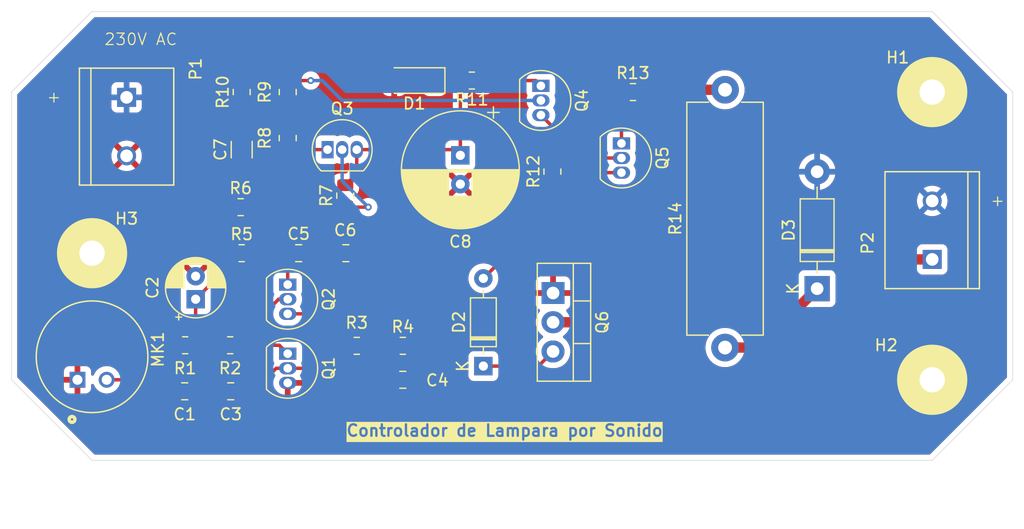
<source format=kicad_pcb>
(kicad_pcb (version 20241229) (generator "pcbnew") (generator_version "9.0")
  (layers (0 "F.Cu" signal) (2 "B.Cu" signal) (13 "F.Paste" user) (15 "B.Paste" user) (5 "F.SilkS" user "F.Silkscreen") (7 "B.SilkS" user "B.Silkscreen") (1 "F.Mask" user) (3 "B.Mask" user) (25 "Edge.Cuts" user))
  (net 0 "")
  (net 1 "Net-(Q1-B)")
  (net 2 "Net-(MK1-+)")
  (net 3 "Net-(C2-Pad1)")
  (net 4 "GND")
  (net 5 "Net-(Q1-C)")
  (net 6 "Net-(Q2-E)")
  (net 7 "Net-(Q3-B)")
  (net 8 "Net-(Q2-C)")
  (net 9 "Net-(C7-Pad1)")
  (net 10 "Net-(D1-K)")
  (net 11 "Net-(D2-K)")
  (net 12 "Net-(D2-A)")
  (net 13 "LINE")
  (net 14 "Net-(D3-K)")
  (net 15 "Net-(Q6-A2)")
  (net 16 "Net-(Q3-C)")
  (net 17 "Net-(Q4-E)")
  (net 18 "Net-(Q4-B)")
  (net 19 "Net-(Q4-C)")
  (net 20 "Net-(Q5-C)")
  (footprint "Package_TO_SOT_THT:TO-220-3_Vertical" (layer "F.Cu") (at 121.055 63.46 -90)
    (property "Reference" "Q6" (at 2.54 -4.27 90) (layer "F.SilkS"))
    (property "Value" "BT136-500")
    (pad "1" thru_hole rect (at 0 0 270) (size 1.905 2) (drill 1.1) (layers "*.Cu" "*.Mask") (net 4 "GND"))
    (pad "2" thru_hole oval (at 2.54 0 270) (size 1.905 2) (drill 1.1) (layers "*.Cu" "*.Mask") (net 15 "Net-(Q6-A2)"))
    (pad "3" thru_hole oval (at 5.08 0 270) (size 1.905 2) (drill 1.1) (layers "*.Cu" "*.Mask") (net 11 "Net-(D2-K)"))
  )
  (footprint "MountingHole:MountingHole_2.2mm_M2_ISO7380_Pad" (layer "F.Cu") (at 81 60)
    (property "Reference" "H3" (at 3 -3 0) (layer "F.SilkS"))
    (property "Value" "MountingHole_Pad")
    (pad "1" thru_hole circle (at 0 0) (size 3.5 3.5) (drill 2.2) (layers "*.Cu" "*.Mask") (net 4 "GND"))
  )
  (footprint "Resistor_SMD:R_0805_2012Metric" (layer "F.Cu") (at 108 68.05)
    (property "Reference" "R4" (at 0 -1.65 0) (layer "F.SilkS"))
    (property "Value" "4.7k")
    (pad "1" smd roundrect (at -0.9125 0) (size 1.025 1.4) (layers "F.Cu" "F.Mask" "F.Paste") (roundrect_rratio 0.243902) (net 6 "Net-(Q2-E)"))
    (pad "2" smd roundrect (at 0.9125 0) (size 1.025 1.4) (layers "F.Cu" "F.Mask" "F.Paste") (roundrect_rratio 0.243902) (net 4 "GND"))
  )
  (footprint "Package_TO_SOT_THT:TO-92_Inline" (layer "F.Cu") (at 98 68.73 -90)
    (property "Reference" "Q1" (at 1.27 -3.56 90) (layer "F.SilkS"))
    (property "Value" "BC549")
    (pad "1" thru_hole rect (at 0 0 270) (size 1.05 1.5) (drill 0.75) (layers "*.Cu" "*.Mask") (net 5 "Net-(Q1-C)"))
    (pad "2" thru_hole oval (at 1.27 0 270) (size 1.05 1.5) (drill 0.75) (layers "*.Cu" "*.Mask") (net 1 "Net-(Q1-B)"))
    (pad "3" thru_hole oval (at 2.54 0 270) (size 1.05 1.5) (drill 0.75) (layers "*.Cu" "*.Mask") (net 4 "GND"))
  )
  (footprint "Symbol:Symbol_HighVoltage_Triangle_8x7mm_Copper" (layer "F.Cu") (at 146 72)
    (property "Reference" "REF**" (hide yes))
    (property "Value" "Symbol_HighVoltage_Triangle_8x7mm_Copper" (hide yes))
    (fp_line (start -4 3.46) (end 0 -3.46) (stroke (width 0.381)) (layer "F.Cu"))
    (fp_line (start -3.51 3.44) (end -3.776322 3.030736) (stroke (width 0.2)) (layer "F.Cu"))
    (fp_line (start -0.45 0.215) (end -0.24 0.44) (stroke (width 0.2)) (layer "F.Cu"))
    (fp_line (start -0.34 2.095) (end 0.17 2.185) (stroke (width 0.2)) (layer "F.Cu"))
    (fp_line (start -0.15 -3.04) (end 0.16 -3.04) (stroke (width 0.2)) (layer "F.Cu"))
    (fp_line (start -0.132899 0.479099) (end 0.112899 0.680901) (stroke (width 0.2)) (layer "F.Cu"))
    (fp_line (start 0 -3.46) (end 4 3.46) (stroke (width 0.381)) (layer "F.Cu"))
    (fp_line (start 3.51 3.44) (end 3.776322 3.030736) (stroke (width 0.2)) (layer "F.Cu"))
    (fp_line (start 4 3.46) (end -4 3.46) (stroke (width 0.4)) (layer "F.Cu"))
    (fp_poly (pts (xy -0.5 0.5) (xy 0.664167 -0.12574) (xy 0.009323 2.260802) (xy 0.344021 2.057073) (xy -0.252615 2.94475) (xy -0.470896 1.897) (xy -0.238062 2.217146) (xy 0.038427 0.485448) (xy -1.082083 1.082083) (xy -0.354479 -1.493636) (xy 0.358573 -1.493636)) (stroke (width 0.1)) (fill yes) (layer "F.Cu"))
  )
  (footprint "Resistor_SMD:R_0805_2012Metric" (layer "F.Cu") (at 98 46 -90)
    (property "Reference" "R9" (at 0 2 90) (layer "F.SilkS"))
    (property "Value" "4.7k")
    (pad "1" smd roundrect (at -0.9125 0 270) (size 1.025 1.4) (layers "F.Cu" "F.Mask" "F.Paste") (roundrect_rratio 0.243902) (net 18 "Net-(Q4-B)"))
    (pad "2" smd roundrect (at 0.9125 0 270) (size 1.025 1.4) (layers "F.Cu" "F.Mask" "F.Paste") (roundrect_rratio 0.243902) (net 9 "Net-(C7-Pad1)"))
  )
  (footprint "Capacitor_SMD:C_1206_3216Metric" (layer "F.Cu") (at 94 51 90)
    (property "Reference" "C7" (at 0 -1.85 90) (layer "F.SilkS"))
    (property "Value" "2.2uF / 25V")
    (pad "1" smd roundrect (at -1.475 0 90) (size 1.15 1.8) (layers "F.Cu" "F.Mask" "F.Paste") (roundrect_rratio 0.217391) (net 9 "Net-(C7-Pad1)"))
    (pad "2" smd roundrect (at 1.475 0 90) (size 1.15 1.8) (layers "F.Cu" "F.Mask" "F.Paste") (roundrect_rratio 0.217391) (net 4 "GND"))
  )
  (footprint "CondenserMicrophone:MIC_CMA-4544PF-W" (layer "F.Cu") (at 81 69 -90)
    (property "Reference" "MK1" (at -0.635215 -5.717015 90) (layer "F.SilkS") (effects (font (size 1.000354 1.000354))))
    (property "Value" "Microphone_Condenser")
    (pad "1" thru_hole rect (at 2 1.27 270) (size 1.378 1.378) (drill 0.87) (layers "*.Cu" "*.Mask") (net 4 "GND"))
    (pad "2" thru_hole circle (at 2 -1.27 270) (size 1.378 1.378) (drill 0.87) (layers "*.Cu" "*.Mask") (net 2 "Net-(MK1-+)"))
  )
  (footprint "Resistor_SMD:R_0805_2012Metric" (layer "F.Cu") (at 93.9125 56)
    (property "Reference" "R6" (at 0 -1.65 0) (layer "F.SilkS"))
    (property "Value" "1k")
    (pad "1" smd roundrect (at -0.9125 0) (size 1.025 1.4) (layers "F.Cu" "F.Mask" "F.Paste") (roundrect_rratio 0.243902) (net 3 "Net-(C2-Pad1)"))
    (pad "2" smd roundrect (at 0.9125 0) (size 1.025 1.4) (layers "F.Cu" "F.Mask" "F.Paste") (roundrect_rratio 0.243902) (net 10 "Net-(D1-K)"))
  )
  (footprint "Capacitor_SMD:C_0805_2012Metric" (layer "F.Cu") (at 93.05 72)
    (property "Reference" "C3" (at 0 2 0) (layer "F.SilkS"))
    (property "Value" "47p")
    (pad "1" smd roundrect (at -0.95 0) (size 1 1.45) (layers "F.Cu" "F.Mask" "F.Paste") (net 1 "Net-(Q1-B)"))
    (pad "2" smd roundrect (at 0.95 0) (size 1 1.45) (layers "F.Cu" "F.Mask" "F.Paste") (net 5 "Net-(Q1-C)"))
  )
  (footprint "Resistor_SMD:R_0805_2012Metric" (layer "F.Cu") (at 103 55 90)
    (property "Reference" "R7" (at 0 -1.65 90) (layer "F.SilkS"))
    (property "Value" "100k")
    (pad "1" smd roundrect (at -0.9125 0 90) (size 1.025 1.4) (layers "F.Cu" "F.Mask" "F.Paste") (roundrect_rratio 0.243902) (net 7 "Net-(Q3-B)"))
    (pad "2" smd roundrect (at 0.9125 0 90) (size 1.025 1.4) (layers "F.Cu" "F.Mask" "F.Paste") (roundrect_rratio 0.243902) (net 10 "Net-(D1-K)"))
  )
  (footprint "BORNERA_2:TE_282837-2" (layer "F.Cu") (at 154 58 90)
    (property "Reference" "P2" (at -1.127255 -5.614945 90) (layer "F.SilkS") (effects (font (size 1.002039 1.002039))))
    (property "Value" "Carga")
    (pad "1" thru_hole rect (at -2.54 0 90) (size 1.65 1.65) (drill 1.1) (layers "*.Cu" "*.Mask") (net 15 "Net-(Q6-A2)"))
    (pad "2" thru_hole circle (at 2.54 0 90) (size 1.65 1.65) (drill 1.1) (layers "*.Cu" "*.Mask") (net 13 "LINE"))
  )
  (footprint "Package_TO_SOT_THT:TO-92_Inline" (layer "F.Cu") (at 127 50.46 -90)
    (property "Reference" "Q5" (at 1.27 -3.56 90) (layer "F.SilkS"))
    (property "Value" "BC547")
    (pad "1" thru_hole rect (at 0 0 270) (size 1.05 1.5) (drill 0.75) (layers "*.Cu" "*.Mask") (net 20 "Net-(Q5-C)"))
    (pad "2" thru_hole oval (at 1.27 0 270) (size 1.05 1.5) (drill 0.75) (layers "*.Cu" "*.Mask") (net 17 "Net-(Q4-E)"))
    (pad "3" thru_hole oval (at 2.54 0 270) (size 1.05 1.5) (drill 0.75) (layers "*.Cu" "*.Mask") (net 12 "Net-(D2-A)"))
  )
  (footprint "Capacitor_SMD:C_0805_2012Metric" (layer "F.Cu") (at 103.05 60 180)
    (property "Reference" "C6" (at 0.05 2 0) (layer "F.SilkS"))
    (property "Value" "0.01u")
    (pad "1" smd roundrect (at -0.95 0 180) (size 1 1.45) (layers "F.Cu" "F.Mask" "F.Paste") (net 4 "GND"))
    (pad "2" smd roundrect (at 0.95 0 180) (size 1 1.45) (layers "F.Cu" "F.Mask" "F.Paste") (net 7 "Net-(Q3-B)"))
  )
  (footprint "Diode_THT:D_DO-41_SOD81_P10.16mm_Horizontal" (layer "F.Cu") (at 144 63.08 90)
    (property "Reference" "D3" (at 5.08 -2.47 90) (layer "F.SilkS"))
    (property "Value" "1N4007")
    (fp_text user "K" (at 0 -2.1 90) (layer "F.SilkS"))
    (pad "1" thru_hole rect (at 0 0 90) (size 2.2 2.2) (drill 1.1) (layers "*.Cu" "*.Mask") (net 14 "Net-(D3-K)"))
    (pad "2" thru_hole oval (at 10.16 0 90) (size 2.2 2.2) (drill 1.1) (layers "*.Cu" "*.Mask") (net 13 "LINE"))
  )
  (footprint "MountingHole:MountingHole_2.2mm_M2_ISO7380_Pad" (layer "F.Cu") (at 154 46)
    (property "Reference" "H1" (at -3 -3 0) (layer "F.SilkS"))
    (property "Value" "MountingHole_Pad")
    (pad "1" thru_hole circle (at 0 0) (size 3.5 3.5) (drill 2.2) (layers "*.Cu" "*.Mask") (net 4 "GND"))
  )
  (footprint "Package_TO_SOT_THT:TO-92_Inline" (layer "F.Cu") (at 120 45.46 -90)
    (property "Reference" "Q4" (at 1.27 -3.56 90) (layer "F.SilkS"))
    (property "Value" "BC547")
    (pad "1" thru_hole rect (at 0 0 270) (size 1.05 1.5) (drill 0.75) (layers "*.Cu" "*.Mask") (net 19 "Net-(Q4-C)"))
    (pad "2" thru_hole oval (at 1.27 0 270) (size 1.05 1.5) (drill 0.75) (layers "*.Cu" "*.Mask") (net 18 "Net-(Q4-B)"))
    (pad "3" thru_hole oval (at 2.54 0 270) (size 1.05 1.5) (drill 0.75) (layers "*.Cu" "*.Mask") (net 17 "Net-(Q4-E)"))
  )
  (footprint "Resistor_SMD:R_0805_2012Metric" (layer "F.Cu") (at 94 46 90)
    (property "Reference" "R10" (at 0 -1.65 90) (layer "F.SilkS"))
    (property "Value" "22k")
    (pad "1" smd roundrect (at -0.9125 0 90) (size 1.025 1.4) (layers "F.Cu" "F.Mask" "F.Paste") (roundrect_rratio 0.243902) (net 4 "GND"))
    (pad "2" smd roundrect (at 0.9125 0 90) (size 1.025 1.4) (layers "F.Cu" "F.Mask" "F.Paste") (roundrect_rratio 0.243902) (net 18 "Net-(Q4-B)"))
  )
  (footprint "Resistor_SMD:R_0805_2012Metric" (layer "F.Cu") (at 94 60)
    (property "Reference" "R5" (at 0 -1.65 0) (layer "F.SilkS"))
    (property "Value" "2.7k")
    (pad "1" smd roundrect (at -0.9125 0) (size 1.025 1.4) (layers "F.Cu" "F.Mask" "F.Paste") (roundrect_rratio 0.243902) (net 3 "Net-(C2-Pad1)"))
    (pad "2" smd roundrect (at 0.9125 0) (size 1.025 1.4) (layers "F.Cu" "F.Mask" "F.Paste") (roundrect_rratio 0.243902) (net 8 "Net-(Q2-C)"))
  )
  (footprint "Package_TO_SOT_THT:TO-92_Inline" (layer "F.Cu") (at 98 62.73 -90)
    (property "Reference" "Q2" (at 1.27 -3.56 90) (layer "F.SilkS"))
    (property "Value" "BC549")
    (pad "1" thru_hole rect (at 0 0 270) (size 1.05 1.5) (drill 0.75) (layers "*.Cu" "*.Mask") (net 8 "Net-(Q2-C)"))
    (pad "2" thru_hole oval (at 1.27 0 270) (size 1.05 1.5) (drill 0.75) (layers "*.Cu" "*.Mask") (net 5 "Net-(Q1-C)"))
    (pad "3" thru_hole oval (at 2.54 0 270) (size 1.05 1.5) (drill 0.75) (layers "*.Cu" "*.Mask") (net 6 "Net-(Q2-E)"))
  )
  (footprint "MountingHole:MountingHole_2.2mm_M2_ISO7380_Pad" (layer "F.Cu") (at 154 71)
    (property "Reference" "H2" (at -4 -3 0) (layer "F.SilkS"))
    (property "Value" "MountingHole_Pad")
    (pad "1" thru_hole circle (at 0 0) (size 3.5 3.5) (drill 2.2) (layers "*.Cu" "*.Mask") (net 4 "GND"))
  )
  (footprint "BORNERA_2:TE_282837-2" (layer "F.Cu") (at 84 49 -90)
    (property "Reference" "P1" (at -5 -6 90) (layer "F.SilkS") (effects (font (size 1.002039 1.002039))))
    (property "Value" "Power")
    (pad "1" thru_hole rect (at -2.54 0 270) (size 1.65 1.65) (drill 1.1) (layers "*.Cu" "*.Mask") (net 13 "LINE"))
    (pad "2" thru_hole circle (at 2.54 0 270) (size 1.65 1.65) (drill 1.1) (layers "*.Cu" "*.Mask") (net 4 "GND"))
  )
  (footprint "Capacitor_THT:CP_Radial_D10.0mm_P2.50mm" (layer "F.Cu") (at 113 51.5 -90)
    (property "Reference" "C8" (at 7.5 0 180) (layer "F.SilkS"))
    (property "Value" "1000uF / 25V")
    (pad "1" thru_hole rect (at 0 0 270) (size 1.6 1.6) (drill 0.8) (layers "*.Cu" "*.Mask") (net 10 "Net-(D1-K)"))
    (pad "2" thru_hole circle (at 2.5 0 270) (size 1.6 1.6) (drill 0.8) (layers "*.Cu" "*.Mask") (net 4 "GND"))
  )
  (footprint "Capacitor_THT:CP_Radial_D5.0mm_P2.00mm" (layer "F.Cu") (at 90 64 90)
    (property "Reference" "C2" (at 1 -3.75 90) (layer "F.SilkS"))
    (property "Value" "100uF / 25V")
    (pad "1" thru_hole rect (at 0 0 90) (size 1.6 1.6) (drill 0.8) (layers "*.Cu" "*.Mask") (net 3 "Net-(C2-Pad1)"))
    (pad "2" thru_hole circle (at 2 0 90) (size 1.6 1.6) (drill 0.8) (layers "*.Cu" "*.Mask") (net 4 "GND"))
  )
  (footprint "Resistor_SMD:R_0805_2012Metric" (layer "F.Cu") (at 114 45 180)
    (property "Reference" "R11" (at 0 -1.65 0) (layer "F.SilkS"))
    (property "Value" "1k")
    (pad "1" smd roundrect (at -0.9125 0 180) (size 1.025 1.4) (layers "F.Cu" "F.Mask" "F.Paste") (roundrect_rratio 0.243902) (net 19 "Net-(Q4-C)"))
    (pad "2" smd roundrect (at 0.9125 0 180) (size 1.025 1.4) (layers "F.Cu" "F.Mask" "F.Paste") (roundrect_rratio 0.243902) (net 10 "Net-(D1-K)"))
  )
  (footprint "Resistor_SMD:R_0805_2012Metric" (layer "F.Cu") (at 89.0875 68 180)
    (property "Reference" "R1" (at 0 -2 0) (layer "F.SilkS"))
    (property "Value" "10K")
    (pad "1" smd roundrect (at -0.9125 0 180) (size 1.025 1.4) (layers "F.Cu" "F.Mask" "F.Paste") (roundrect_rratio 0.243902) (net 3 "Net-(C2-Pad1)"))
    (pad "2" smd roundrect (at 0.9125 0 180) (size 1.025 1.4) (layers "F.Cu" "F.Mask" "F.Paste") (roundrect_rratio 0.243902) (net 2 "Net-(MK1-+)"))
  )
  (footprint "Resistor_SMD:R_0805_2012Metric" (layer "F.Cu") (at 98 50 -90)
    (property "Reference" "R8" (at 0 2 270) (layer "F.SilkS"))
    (property "Value" "120")
    (pad "1" smd roundrect (at -0.9125 0 270) (size 1.025 1.4) (layers "F.Cu" "F.Mask" "F.Paste") (roundrect_rratio 0.243902) (net 9 "Net-(C7-Pad1)"))
    (pad "2" smd roundrect (at 0.9125 0 270) (size 1.025 1.4) (layers "F.Cu" "F.Mask" "F.Paste") (roundrect_rratio 0.243902) (net 16 "Net-(Q3-C)"))
  )
  (footprint "Capacitor_SMD:C_0805_2012Metric" (layer "F.Cu") (at 108 71 180)
    (property "Reference" "C4" (at -3 -0.05 0) (layer "F.SilkS"))
    (property "Value" "47p")
    (pad "1" smd roundrect (at -0.95 0 180) (size 1 1.45) (layers "F.Cu" "F.Mask" "F.Paste") (net 4 "GND"))
    (pad "2" smd roundrect (at 0.95 0 180) (size 1 1.45) (layers "F.Cu" "F.Mask" "F.Paste") (net 6 "Net-(Q2-E)"))
  )
  (footprint "Capacitor_SMD:C_0805_2012Metric" (layer "F.Cu") (at 89.05 72)
    (property "Reference" "C1" (at 0 2 0) (layer "F.SilkS"))
    (property "Value" "0.01u")
    (pad "1" smd roundrect (at -0.95 0) (size 1 1.45) (layers "F.Cu" "F.Mask" "F.Paste") (net 2 "Net-(MK1-+)"))
    (pad "2" smd roundrect (at 0.95 0) (size 1 1.45) (layers "F.Cu" "F.Mask" "F.Paste") (net 1 "Net-(Q1-B)"))
  )
  (footprint "Capacitor_SMD:C_0805_2012Metric" (layer "F.Cu") (at 98.95 60)
    (property "Reference" "C5" (at 0 -1.68 0) (layer "F.SilkS"))
    (property "Value" "0.1u")
    (pad "1" smd roundrect (at -0.95 0) (size 1 1.45) (layers "F.Cu" "F.Mask" "F.Paste") (net 8 "Net-(Q2-C)"))
    (pad "2" smd roundrect (at 0.95 0) (size 1 1.45) (layers "F.Cu" "F.Mask" "F.Paste") (net 7 "Net-(Q3-B)"))
  )
  (footprint "Resistor_SMD:R_0805_2012Metric" (layer "F.Cu") (at 121 52.9125 90)
    (property "Reference" "R12" (at 0 -1.65 90) (layer "F.SilkS"))
    (property "Value" "1k")
    (pad "1" smd roundrect (at -0.9125 0 90) (size 1.025 1.4) (layers "F.Cu" "F.Mask" "F.Paste") (roundrect_rratio 0.243902) (net 4 "GND"))
    (pad "2" smd roundrect (at 0.9125 0 90) (size 1.025 1.4) (layers "F.Cu" "F.Mask" "F.Paste") (roundrect_rratio 0.243902) (net 17 "Net-(Q4-E)"))
  )
  (footprint "Resistor_SMD:R_0805_2012Metric" (layer "F.Cu") (at 104 68.05)
    (property "Reference" "R3" (at 0 -2 0) (layer "F.SilkS"))
    (property "Value" "560k")
    (pad "1" smd roundrect (at -0.9125 0) (size 1.025 1.4) (layers "F.Cu" "F.Mask" "F.Paste") (roundrect_rratio 0.243902) (net 1 "Net-(Q1-B)"))
    (pad "2" smd roundrect (at 0.9125 0) (size 1.025 1.4) (layers "F.Cu" "F.Mask" "F.Paste") (roundrect_rratio 0.243902) (net 6 "Net-(Q2-E)"))
  )
  (footprint "Diode_THT:D_DO-35_SOD27_P7.62mm_Horizontal" (layer "F.Cu") (at 115 69.81 90)
    (property "Reference" "D2" (at 3.81 -2.12 90) (layer "F.SilkS"))
    (property "Value" "1N4148")
    (fp_text user "K" (at 0 -1.8 90) (layer "F.SilkS"))
    (pad "1" thru_hole rect (at 0 0 90) (size 1.6 1.6) (drill 0.8) (layers "*.Cu" "*.Mask") (net 11 "Net-(D2-K)"))
    (pad "2" thru_hole oval (at 7.62 0 90) (size 1.6 1.6) (drill 0.8) (layers "*.Cu" "*.Mask") (net 12 "Net-(D2-A)"))
  )
  (footprint "Resistor_THT:R_Axial_Power_L20.0mm_W6.4mm_P22.40mm" (layer "F.Cu") (at 136 68.2 90)
    (property "Reference" "R14" (at 11.2 -4.32 90) (layer "F.SilkS"))
    (property "Value" "10k / 5W")
    (pad "1" thru_hole circle (at 0 0 90) (size 2.4 2.4) (drill 1.2) (layers "*.Cu" "*.Mask") (net 14 "Net-(D3-K)"))
    (pad "2" thru_hole oval (at 22.4 0 90) (size 2.4 2.4) (drill 1.2) (layers "*.Cu" "*.Mask") (net 10 "Net-(D1-K)"))
  )
  (footprint "Diode_SMD:D_MiniMELF" (layer "F.Cu") (at 109 45 180)
    (property "Reference" "D1" (at 0 -2 0) (layer "F.SilkS"))
    (property "Value" "BZV55C12")
    (pad "1" smd roundrect (at -1.75 0 180) (size 1.3 1.7) (layers "F.Cu" "F.Mask" "F.Paste") (roundrect_rratio 0.1923076923) (net 10 "Net-(D1-K)"))
    (pad "2" smd roundrect (at 1.75 0 180) (size 1.3 1.7) (layers "F.Cu" "F.Mask" "F.Paste") (roundrect_rratio 0.1923076923) (net 4 "GND"))
  )
  (footprint "Package_TO_SOT_THT:TO-92_Inline" (layer "F.Cu") (at 101.46 51)
    (property "Reference" "Q3" (at 1.27 -3.56 0) (layer "F.SilkS"))
    (property "Value" "BC557")
    (pad "1" thru_hole rect (at 0 0) (size 1.05 1.5) (drill 0.75) (layers "*.Cu" "*.Mask") (net 16 "Net-(Q3-C)"))
    (pad "2" thru_hole oval (at 1.27 0) (size 1.05 1.5) (drill 0.75) (layers "*.Cu" "*.Mask") (net 7 "Net-(Q3-B)"))
    (pad "3" thru_hole oval (at 2.54 0) (size 1.05 1.5) (drill 0.75) (layers "*.Cu" "*.Mask") (net 10 "Net-(D1-K)"))
  )
  (footprint "Resistor_SMD:R_0805_2012Metric" (layer "F.Cu") (at 93 68)
    (property "Reference" "R2" (at 0 2 0) (layer "F.SilkS"))
    (property "Value" "4.7k")
    (pad "1" smd roundrect (at -0.9125 0) (size 1.025 1.4) (layers "F.Cu" "F.Mask" "F.Paste") (roundrect_rratio 0.243902) (net 3 "Net-(C2-Pad1)"))
    (pad "2" smd roundrect (at 0.9125 0) (size 1.025 1.4) (layers "F.Cu" "F.Mask" "F.Paste") (roundrect_rratio 0.243902) (net 5 "Net-(Q1-C)"))
  )
  (footprint "Resistor_SMD:R_0805_2012Metric" (layer "F.Cu") (at 128 46)
    (property "Reference" "R13" (at 0 -1.65 0) (layer "F.SilkS"))
    (property "Value" "1k")
    (pad "1" smd roundrect (at -0.9125 0) (size 1.025 1.4) (layers "F.Cu" "F.Mask" "F.Paste") (roundrect_rratio 0.243902) (net 20 "Net-(Q5-C)"))
    (pad "2" smd roundrect (at 0.9125 0) (size 1.025 1.4) (layers "F.Cu" "F.Mask" "F.Paste") (roundrect_rratio 0.243902) (net 10 "Net-(D1-K)"))
  )
  (gr_circle (center 154 71) (end 157 71) (stroke (width 0.1)) (fill yes) (layer "F.SilkS"))
  (gr_circle (center 81 60) (end 84 60) (stroke (width 0.1)) (fill yes) (layer "F.SilkS"))
  (gr_circle (center 154 46) (end 157 46) (stroke (width 0.1)) (fill yes) (layer "F.SilkS"))
  (gr_line (start 154 78) (end 161 71) (stroke (width 0.05)) (layer "Edge.Cuts"))
  (gr_line (start 154 78) (end 81 78) (stroke (width 0.05)) (layer "Edge.Cuts"))
  (gr_line (start 81 39) (end 74 46) (stroke (width 0.05)) (layer "Edge.Cuts"))
  (gr_line (start 74 46) (end 74 71) (stroke (width 0.05)) (layer "Edge.Cuts"))
  (gr_line (start 154 39) (end 81 39) (stroke (width 0.05)) (layer "Edge.Cuts"))
  (gr_line (start 161 46) (end 161 71) (stroke (width 0.05)) (layer "Edge.Cuts"))
  (gr_line (start 81 78) (end 74 71) (stroke (width 0.05)) (layer "Edge.Cuts"))
  (gr_line (start 154 39) (end 161 46) (stroke (width 0.05)) (layer "Edge.Cuts"))
  (gr_text "+" (at 159 56 0) (layer "F.SilkS") (effects (font (size 1 1) (thickness 0.1)) (justify left bottom)))
  (gr_text "230V AC" (at 82 42 0) (layer "F.SilkS") (effects (font (size 1 1) (thickness 0.1)) (justify left bottom)))
  (gr_text "Controlador de Lampara por Sonido" (at 103 76 0) (layer "F.SilkS" knockout) (effects (font (size 1 1) (thickness 0.2) (bold yes)) (justify left bottom)))
  (gr_text "+" (at 77 47 0) (layer "F.SilkS") (effects (font (size 1 1) (thickness 0.1)) (justify left bottom)))
  (segment (start 94.547292 73.176) (end 96 71.723292) (width 0.3) (layer "F.Cu") (net 1))
  (segment (start 93.276 73.176) (end 94.547292 73.176) (width 0.3) (layer "F.Cu") (net 1))
  (segment (start 92.1 72) (end 93.276 73.176) (width 0.3) (layer "F.Cu") (net 1))
  (segment (start 90 72) (end 92.1 72) (width 0.3) (layer "F.Cu") (net 1))
  (segment (start 96 71.723292) (end 96 71) (width 0.3) (layer "F.Cu") (net 1))
  (segment (start 98 70) (end 101.1375 70) (width 0.3) (layer "F.Cu") (net 1))
  (segment (start 96 71) (end 97 70) (width 0.3) (layer "F.Cu") (net 1))
  (segment (start 101.1375 70) (end 103.0875 68.05) (width 0.3) (layer "F.Cu") (net 1))
  (segment (start 97 70) (end 98 70) (width 0.3) (layer "F.Cu") (net 1))
  (segment (start 82.27 71) (end 87.1 71) (width 0.3) (layer "F.Cu") (net 2))
  (segment (start 87.1 71) (end 88.1 72) (width 0.3) (layer "F.Cu") (net 2))
  (segment (start 88.1 68.075) (end 88.175 68) (width 0.3) (layer "F.Cu") (net 2))
  (segment (start 88.1 72) (end 88.1 68.075) (width 0.3) (layer "F.Cu") (net 2))
  (segment (start 93.0875 60.9125) (end 93.0875 60) (width 0.3) (layer "F.Cu") (net 3))
  (segment (start 90 68) (end 92.0875 68) (width 0.3) (layer "F.Cu") (net 3))
  (segment (start 90 68) (end 90 64) (width 0.3) (layer "F.Cu") (net 3))
  (segment (start 90 64) (end 93.0875 60.9125) (width 0.3) (layer "F.Cu") (net 3))
  (segment (start 93 56) (end 93 59.9125) (width 0.3) (layer "F.Cu") (net 3))
  (segment (start 93 59.9125) (end 93.0875 60) (width 0.3) (layer "F.Cu") (net 3))
  (segment (start 93.9125 67.3) (end 97.2125 64) (width 0.3) (layer "F.Cu") (net 5))
  (segment (start 93.9125 68) (end 97.27 68) (width 0.3) (layer "F.Cu") (net 5))
  (segment (start 97.27 68) (end 98 68.73) (width 0.3) (layer "F.Cu") (net 5))
  (segment (start 93.9125 68) (end 93.9125 67.3) (width 0.3) (layer "F.Cu") (net 5))
  (segment (start 94 72) (end 94 68.0875) (width 0.3) (layer "F.Cu") (net 5))
  (segment (start 97.2125 64) (end 98 64) (width 0.3) (layer "F.Cu") (net 5))
  (segment (start 94 68.0875) (end 93.9125 68) (width 0.3) (layer "F.Cu") (net 5))
  (segment (start 98 65.27) (end 102.1325 65.27) (width 0.3) (layer "F.Cu") (net 6))
  (segment (start 107.05 68.0875) (end 107.0875 68.05) (width 0.3) (layer "F.Cu") (net 6))
  (segment (start 107.05 71) (end 107.05 68.0875) (width 0.3) (layer "F.Cu") (net 6))
  (segment (start 104.9125 68.05) (end 107.0875 68.05) (width 0.3) (layer "F.Cu") (net 6))
  (segment (start 102.1325 65.27) (end 104.9125 68.05) (width 0.3) (layer "F.Cu") (net 6))
  (segment (start 102.73 51) (end 102.73 50.664728) (width 0.3) (layer "F.Cu") (net 7))
  (segment (start 105 56) (end 103.0875 56) (width 0.3) (layer "F.Cu") (net 7))
  (segment (start 102.1 60) (end 102.1 59.9) (width 0.3) (layer "F.Cu") (net 7))
  (segment (start 99.9 60) (end 102.1 60) (width 0.3) (layer "F.Cu") (net 7))
  (segment (start 102.1 59.9) (end 103 59) (width 0.3) (layer "F.Cu") (net 7))
  (segment (start 103 59) (end 103 55.9125) (width 0.3) (layer "F.Cu") (net 7))
  (segment (start 103.0875 56) (end 103 55.9125) (width 0.3) (layer "F.Cu") (net 7))
  (via (at 105 56) (size 0.6) (drill 0.3) (layers "F.Cu" "B.Cu") (net 7))
  (segment (start 102.73 51) (end 102.73 53.73) (width 0.3) (layer "B.Cu") (net 7))
  (segment (start 102.73 53.73) (end 105 56) (width 0.3) (layer "B.Cu") (net 7))
  (segment (start 98 62.73) (end 98 60) (width 0.3) (layer "F.Cu") (net 8))
  (segment (start 94.9125 60) (end 98 60) (width 0.3) (layer "F.Cu") (net 8))
  (segment (start 97.3875 49.0875) (end 98 49.0875) (width 0.3) (layer "F.Cu") (net 9))
  (segment (start 94 52.475) (end 97.3875 49.0875) (width 0.3) (layer "F.Cu") (net 9))
  (segment (start 98 49.0875) (end 98 46.9125) (width 0.3) (layer "F.Cu") (net 9))
  (segment (start 110.75 45) (end 113.0875 45) (width 0.3) (layer "F.Cu") (net 10))
  (segment (start 113 51.5) (end 113 45.0875) (width 0.3) (layer "F.Cu") (net 10))
  (segment (start 126.7615 43.849) (end 128.9125 46) (width 0.3) (layer "F.Cu") (net 10))
  (segment (start 113 45.0875) (end 113.0875 45) (width 0.3) (layer "F.Cu") (net 10))
  (segment (start 104 51) (end 112.5 51) (width 0.3) (layer "F.Cu") (net 10))
  (segment (start 114.2385 43.849) (end 126.7615 43.849) (width 0.3) (layer "F.Cu") (net 10))
  (segment (start 112.5 51) (end 113 51.5) (width 0.3) (layer "F.Cu") (net 10))
  (segment (start 104 53.0875) (end 104 51) (width 0.3) (layer "F.Cu") (net 10))
  (segment (start 101.0875 56) (end 103 54.0875) (width 0.3) (layer "F.Cu") (net 10))
  (segment (start 129.1125 45.8) (end 128.9125 46) (width 0.9) (layer "F.Cu") (net 10))
  (segment (start 113.0875 45) (end 114.2385 43.849) (width 0.3) (layer "F.Cu") (net 10))
  (segment (start 136 45.8) (end 129.1125 45.8) (width 0.9) (layer "F.Cu") (net 10))
  (segment (start 94.825 56) (end 101.0875 56) (width 0.3) (layer "F.Cu") (net 10))
  (segment (start 103 54.0875) (end 104 53.0875) (width 0.3) (layer "F.Cu") (net 10))
  (segment (start 115 69.81) (end 119.785 69.81) (width 0.3) (layer "F.Cu") (net 11))
  (segment (start 119.785 69.81) (end 121.055 68.54) (width 0.3) (layer "F.Cu") (net 11))
  (segment (start 124.19 53) (end 115 62.19) (width 0.3) (layer "F.Cu") (net 12))
  (segment (start 127 53) (end 124.19 53) (width 0.3) (layer "F.Cu") (net 12))
  (segment (start 138.88 68.2) (end 144 63.08) (width 0.9) (layer "F.Cu") (net 14))
  (segment (start 136 68.2) (end 138.88 68.2) (width 0.9) (layer "F.Cu") (net 14))
  (segment (start 154 60.54) (end 140.46 60.54) (width 0.9) (layer "F.Cu") (net 15))
  (segment (start 140.46 60.54) (end 135 66) (width 0.9) (layer "F.Cu") (net 15))
  (segment (start 135 66) (end 121.055 66) (width 0.9) (layer "F.Cu") (net 15))
  (segment (start 98.0875 51) (end 98 50.9125) (width 0.3) (layer "F.Cu") (net 16))
  (segment (start 101.46 51) (end 98.0875 51) (width 0.3) (layer "F.Cu") (net 16))
  (segment (start 121.27 51.73) (end 121 52) (width 0.3) (layer "F.Cu") (net 17))
  (segment (start 121 49) (end 120 48) (width 0.3) (layer "F.Cu") (net 17))
  (segment (start 127 51.73) (end 121.27 51.73) (width 0.3) (layer "F.Cu") (net 17))
  (segment (start 121 52) (end 121 49) (width 0.3) (layer "F.Cu") (net 17))
  (segment (start 94 45.0875) (end 98 45.0875) (width 0.3) (layer "F.Cu") (net 18))
  (segment (start 98.0875 45) (end 98 45.0875) (width 0.3) (layer "F.Cu") (net 18))
  (segment (start 100 45) (end 98.0875 45) (width 0.3) (layer "F.Cu") (net 18))
  (via (at 100 45) (size 0.6) (drill 0.3) (layers "F.Cu" "B.Cu") (net 18))
  (segment (start 101 45) (end 102.73 46.73) (width 0.3) (layer "B.Cu") (net 18))
  (segment (start 102.73 46.73) (end 120 46.73) (width 0.3) (layer "B.Cu") (net 18))
  (segment (start 100 45) (end 101 45) (width 0.3) (layer "B.Cu") (net 18))
  (segment (start 101 45) (end 101.5 45.5) (width 0.3) (layer "B.Cu") (net 18))
  (segment (start 114.9125 45) (end 119.54 45) (width 0.3) (layer "F.Cu") (net 19))
  (segment (start 119.54 45) (end 120 45.46) (width 0.3) (layer "F.Cu") (net 19))
  (segment (start 127 50.46) (end 127 46.0875) (width 0.3) (layer "F.Cu") (net 20))
  (segment (start 127 46.0875) (end 127.0875 46) (width 0.3) (layer "F.Cu") (net 20))
  (zone (net 4) (net_name "GND") (layer "F.Cu") (connect_pads (clearance 0.5)) (min_thickness 0.25) (fill yes (thermal_gap 0.5) (thermal_bridge_width 0.5))
    (polygon (pts (xy 73 38) (xy 162 38) (xy 162 79) (xy 73 79)))
  )
  (zone (net 13) (net_name "LINE") (layer "B.Cu") (priority 1) (connect_pads (clearance 0.5)) (min_thickness 0.25) (fill yes (thermal_gap 0.5) (thermal_bridge_width 0.5))
    (polygon (pts (xy 73 38) (xy 162 38) (xy 162 79) (xy 73 79)))
  )
)
</source>
